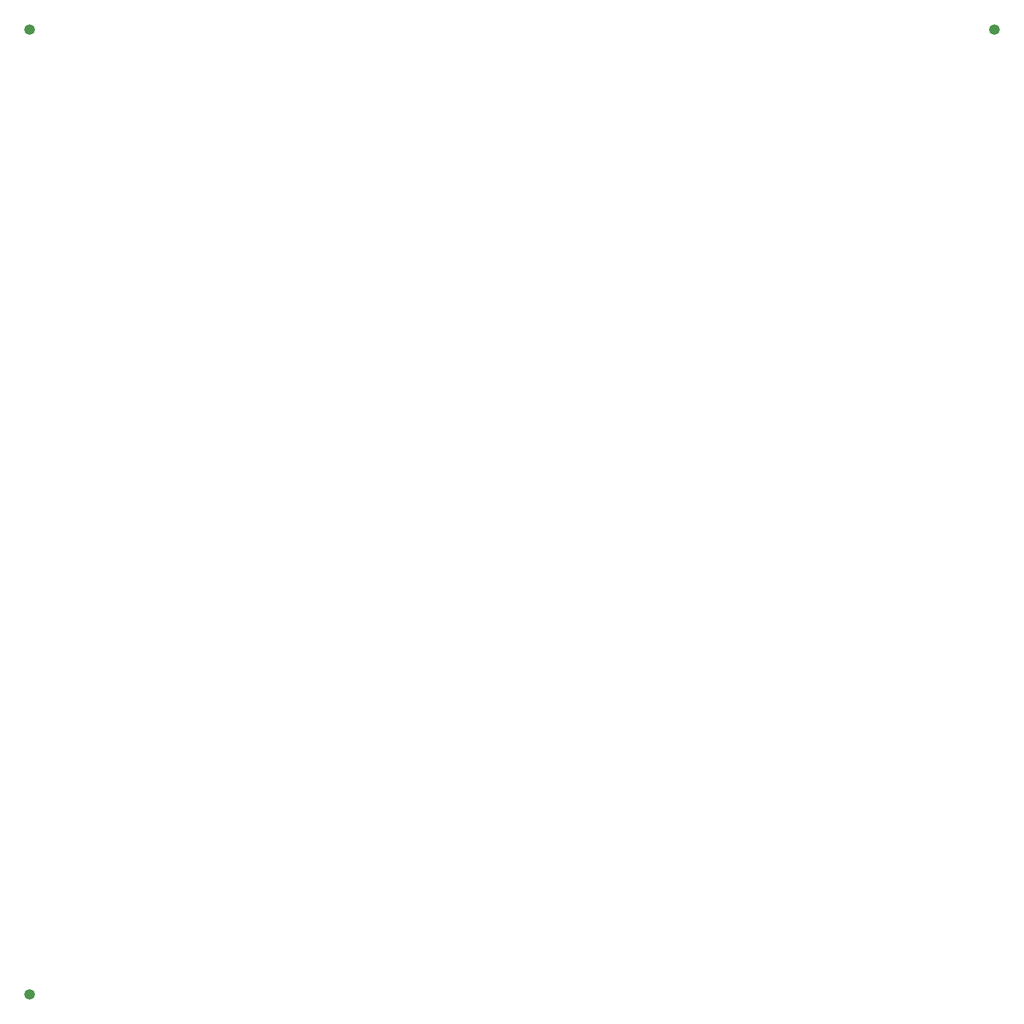
<source format=gbr>
%TF.GenerationSoftware,KiCad,Pcbnew,6.0.0*%
%TF.CreationDate,2022-01-09T18:32:07+01:00*%
%TF.ProjectId,panel,70616e65-6c2e-46b6-9963-61645f706362,rev?*%
%TF.SameCoordinates,Original*%
%TF.FileFunction,Paste,Top*%
%TF.FilePolarity,Positive*%
%FSLAX46Y46*%
G04 Gerber Fmt 4.6, Leading zero omitted, Abs format (unit mm)*
G04 Created by KiCad (PCBNEW 6.0.0) date 2022-01-09 18:32:07*
%MOMM*%
%LPD*%
G01*
G04 APERTURE LIST*
%ADD10C,1.500000*%
G04 APERTURE END LIST*
D10*
%TO.C,REF\u002A\u002A*%
X13000934Y-151000999D03*
%TD*%
%TO.C,REF\u002A\u002A*%
X13000934Y-12998932D03*
%TD*%
%TO.C,REF\u002A\u002A*%
X150998999Y-12998932D03*
%TD*%
M02*

</source>
